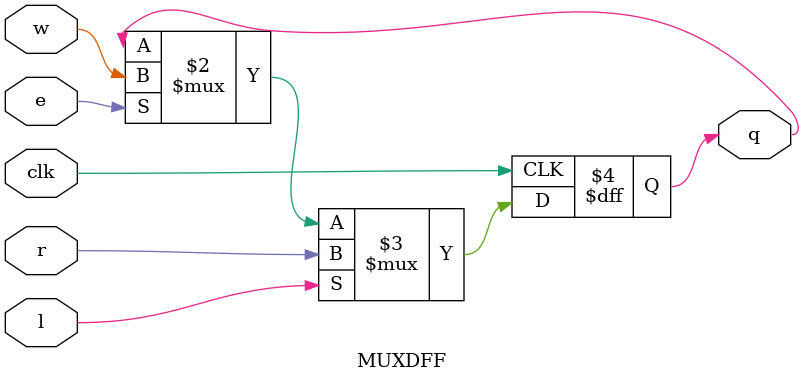
<source format=v>
module top_module (
    input [3:0] SW,
    input [3:0] KEY,
    output [3:0] LEDR
); //
    MUXDFF INST1 (KEY[0], SW[3], KEY[2], KEY[1], KEY[3], LEDR[3]);
    MUXDFF INST2 (KEY[0], SW[2], KEY[2], KEY[1], LEDR[3], LEDR[2]);
    MUXDFF INST3 (KEY[0], SW[1], KEY[2], KEY[1], LEDR[2], LEDR[1]);
    MUXDFF INST4 (KEY[0], SW[0], KEY[2], KEY[1], LEDR[1], LEDR[0]);

endmodule

module MUXDFF (input clk, input r, input l,input e ,input w, output q);
    always @(posedge clk) begin
        q <= ( l ? r : (e ? w : q));
    end
endmodule
//4 bit shift reguster using muxdff

</source>
